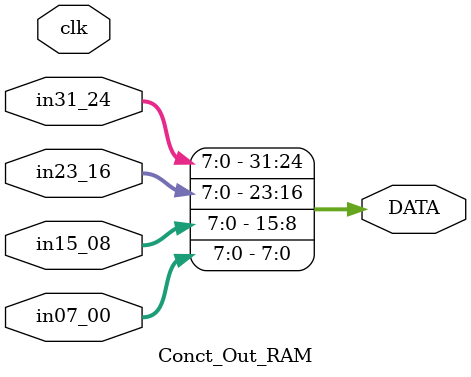
<source format=v>
`timescale 1ns / 1ps


module Conct_Out_RAM(
    input clk,
    input [7:0]in31_24,
    input [7:0]in23_16,
    input [7:0]in15_08,
    input [7:0]in07_00,
    output [31:0]DATA
    );
   
    assign DATA = {in31_24,in23_16,in15_08,in07_00};
    
endmodule

</source>
